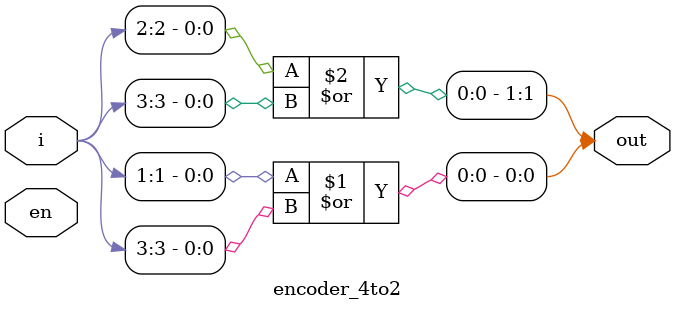
<source format=v>
module encoder_4to2(
  input [3:0]i,
  input en,//enable is like switch for decoder
  //active high decoder en = 1 (ON)
  //active low decoder en = 0 (ON)
  output [1:0]out
);
  assign out[0] = i[1] | i[3];
  assign out[1] = i[2] | i[3];
endmodule

</source>
